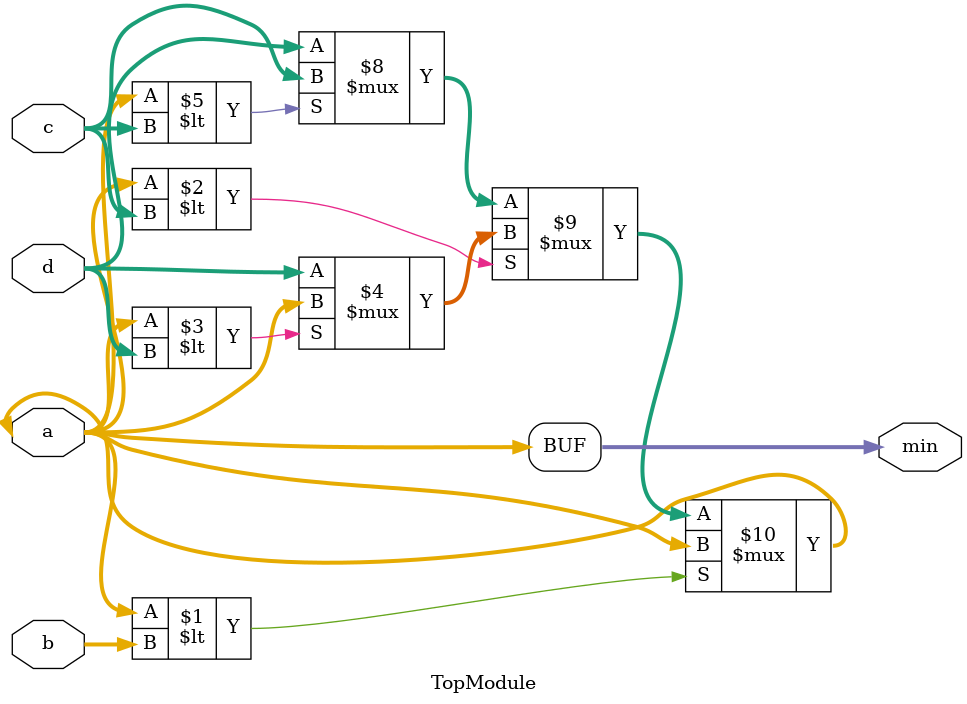
<source format=sv>


module TopModule (
  input [7:0] a,
  input [7:0] b,
  input [7:0] c,
  input [7:0] d,
  output reg [7:0] min
);

reg [7:0] min = a;
assign min = min < b ? min : (min < c ? (min < d ? min : d) : (min < c ? c : (min < d ? d : d)));
endmodule

</source>
